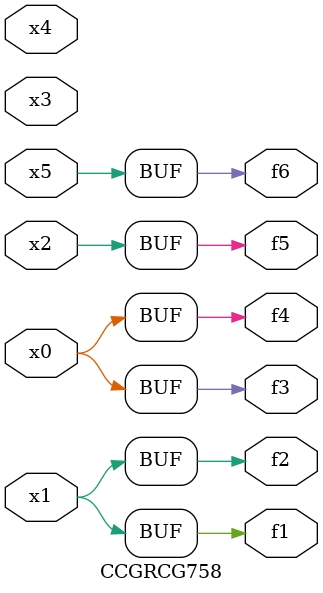
<source format=v>
module CCGRCG758(
	input x0, x1, x2, x3, x4, x5,
	output f1, f2, f3, f4, f5, f6
);
	assign f1 = x1;
	assign f2 = x1;
	assign f3 = x0;
	assign f4 = x0;
	assign f5 = x2;
	assign f6 = x5;
endmodule

</source>
